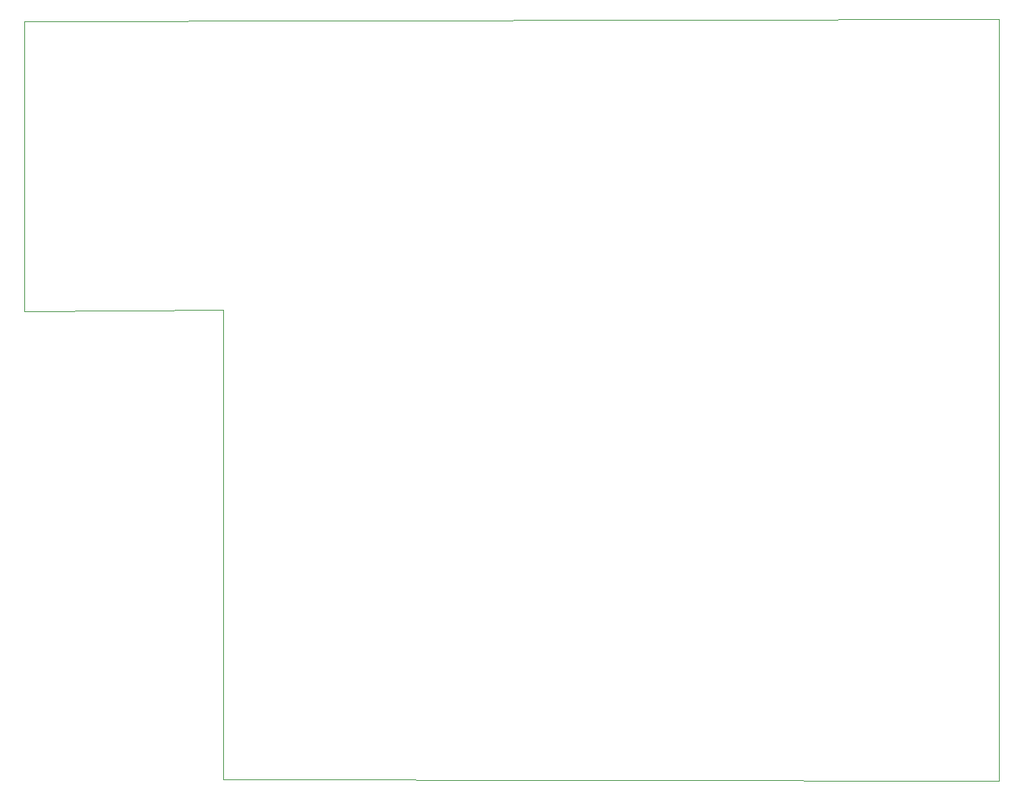
<source format=gbr>
%TF.GenerationSoftware,KiCad,Pcbnew,8.0.9-8.0.9-0~ubuntu22.04.1*%
%TF.CreationDate,2025-05-12T13:18:15+05:45*%
%TF.ProjectId,minor_hardware_pcb,6d696e6f-725f-4686-9172-64776172655f,rev?*%
%TF.SameCoordinates,Original*%
%TF.FileFunction,Profile,NP*%
%FSLAX46Y46*%
G04 Gerber Fmt 4.6, Leading zero omitted, Abs format (unit mm)*
G04 Created by KiCad (PCBNEW 8.0.9-8.0.9-0~ubuntu22.04.1) date 2025-05-12 13:18:15*
%MOMM*%
%LPD*%
G01*
G04 APERTURE LIST*
%TA.AperFunction,Profile*%
%ADD10C,0.050000*%
%TD*%
G04 APERTURE END LIST*
D10*
X97790000Y-109156500D02*
X97790000Y-163195000D01*
X74930000Y-75946000D02*
X74930000Y-109283500D01*
X186944000Y-75692000D02*
X74930000Y-75946000D01*
X97790000Y-163195000D02*
X186944000Y-163322000D01*
X186944000Y-163322000D02*
X186944000Y-75692000D01*
X74930000Y-109283500D02*
X97790000Y-109156500D01*
M02*

</source>
